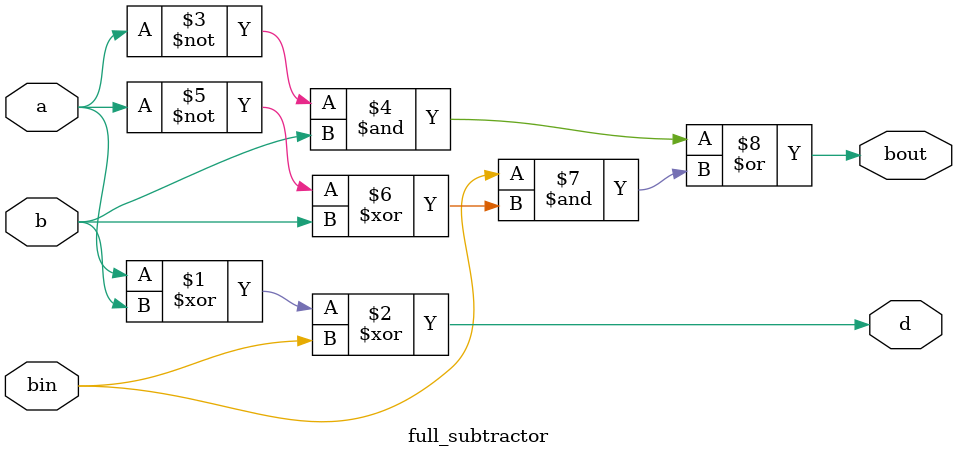
<source format=v>
/*
full_subtractor.v

This is a simple full subtractor.

Authors: Nathaniel and Bayleigh
*/
module full_subtractor
(
    input  a, b, bin,
    output d, bout
);
    assign d    = a ^ b ^ bin;
    assign bout = (~a & b) | (bin & (~a ^ b));
endmodule
</source>
